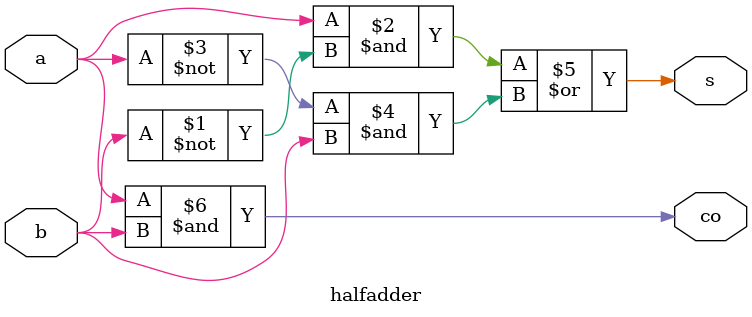
<source format=sv>
module halfadder(
	input  logic a,
	input  logic b,
	output logic co,
	output logic s
);

assign  s=(a&~b)|(~a&b);
assign co=a&b;

endmodule
</source>
